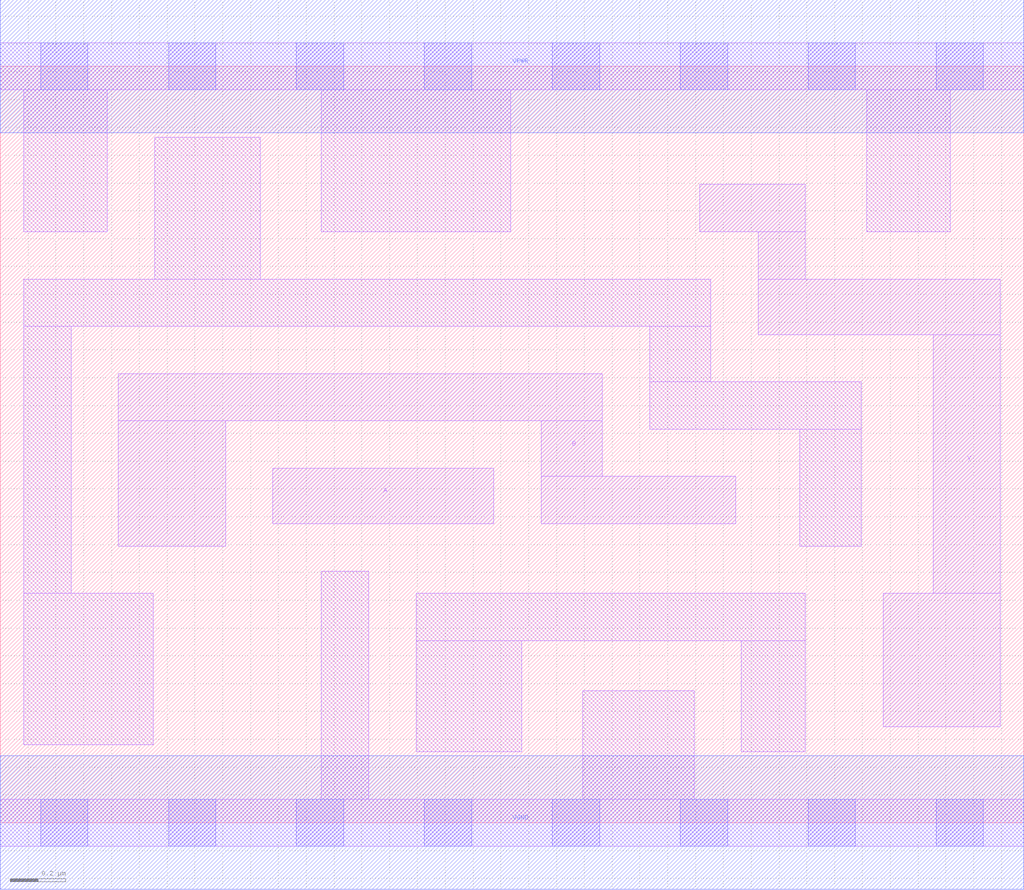
<source format=lef>
# Copyright 2020 The SkyWater PDK Authors
#
# Licensed under the Apache License, Version 2.0 (the "License");
# you may not use this file except in compliance with the License.
# You may obtain a copy of the License at
#
#     https://www.apache.org/licenses/LICENSE-2.0
#
# Unless required by applicable law or agreed to in writing, software
# distributed under the License is distributed on an "AS IS" BASIS,
# WITHOUT WARRANTIES OR CONDITIONS OF ANY KIND, either express or implied.
# See the License for the specific language governing permissions and
# limitations under the License.
#
# SPDX-License-Identifier: Apache-2.0

VERSION 5.7 ;
  NOWIREEXTENSIONATPIN ON ;
  DIVIDERCHAR "/" ;
  BUSBITCHARS "[]" ;
UNITS
  DATABASE MICRONS 200 ;
END UNITS
PROPERTYDEFINITIONS
  MACRO maskLayoutSubType STRING ;
  MACRO prCellType STRING ;
  MACRO originalViewName STRING ;
END PROPERTYDEFINITIONS
MACRO sky130_fd_sc_hdll__xnor2_1
  CLASS CORE ;
  FOREIGN sky130_fd_sc_hdll__xnor2_1 ;
  ORIGIN  0.000000  0.000000 ;
  SIZE  3.680000 BY  2.720000 ;
  SYMMETRY X Y R90 ;
  SITE unithd ;
  PIN A
    ANTENNAGATEAREA  0.555000 ;
    DIRECTION INPUT ;
    USE SIGNAL ;
    PORT
      LAYER li1 ;
        RECT 0.980000 1.075000 1.775000 1.275000 ;
    END
  END A
  PIN B
    ANTENNAGATEAREA  0.555000 ;
    DIRECTION INPUT ;
    USE SIGNAL ;
    PORT
      LAYER li1 ;
        RECT 0.425000 0.995000 0.810000 1.445000 ;
        RECT 0.425000 1.445000 2.165000 1.615000 ;
        RECT 1.945000 1.075000 2.645000 1.245000 ;
        RECT 1.945000 1.245000 2.165000 1.445000 ;
    END
  END B
  PIN VGND
    ANTENNADIFFAREA  0.442000 ;
    DIRECTION INOUT ;
    USE SIGNAL ;
    PORT
      LAYER met1 ;
        RECT 0.000000 -0.240000 3.680000 0.240000 ;
    END
  END VGND
  PIN VPWR
    ANTENNADIFFAREA  1.480000 ;
    DIRECTION INOUT ;
    USE SIGNAL ;
    PORT
      LAYER met1 ;
        RECT 0.000000 2.480000 3.680000 2.960000 ;
    END
  END VPWR
  PIN Y
    ANTENNADIFFAREA  0.545000 ;
    DIRECTION OUTPUT ;
    USE SIGNAL ;
    PORT
      LAYER li1 ;
        RECT 2.515000 2.125000 2.895000 2.295000 ;
        RECT 2.725000 1.755000 3.595000 1.955000 ;
        RECT 2.725000 1.955000 2.895000 2.125000 ;
        RECT 3.175000 0.345000 3.595000 0.825000 ;
        RECT 3.355000 0.825000 3.595000 1.755000 ;
    END
  END Y
  OBS
    LAYER li1 ;
      RECT 0.000000 -0.085000 3.680000 0.085000 ;
      RECT 0.000000  2.635000 3.680000 2.805000 ;
      RECT 0.085000  0.280000 0.550000 0.825000 ;
      RECT 0.085000  0.825000 0.255000 1.785000 ;
      RECT 0.085000  1.785000 2.555000 1.955000 ;
      RECT 0.085000  2.125000 0.385000 2.635000 ;
      RECT 0.555000  1.955000 0.935000 2.465000 ;
      RECT 1.155000  0.085000 1.325000 0.905000 ;
      RECT 1.155000  2.125000 1.835000 2.635000 ;
      RECT 1.495000  0.255000 1.875000 0.655000 ;
      RECT 1.495000  0.655000 2.895000 0.825000 ;
      RECT 2.095000  0.085000 2.495000 0.475000 ;
      RECT 2.335000  1.415000 3.095000 1.585000 ;
      RECT 2.335000  1.585000 2.555000 1.785000 ;
      RECT 2.665000  0.255000 2.895000 0.655000 ;
      RECT 2.875000  0.995000 3.095000 1.415000 ;
      RECT 3.115000  2.125000 3.415000 2.635000 ;
    LAYER mcon ;
      RECT 0.145000 -0.085000 0.315000 0.085000 ;
      RECT 0.145000  2.635000 0.315000 2.805000 ;
      RECT 0.605000 -0.085000 0.775000 0.085000 ;
      RECT 0.605000  2.635000 0.775000 2.805000 ;
      RECT 1.065000 -0.085000 1.235000 0.085000 ;
      RECT 1.065000  2.635000 1.235000 2.805000 ;
      RECT 1.525000 -0.085000 1.695000 0.085000 ;
      RECT 1.525000  2.635000 1.695000 2.805000 ;
      RECT 1.985000 -0.085000 2.155000 0.085000 ;
      RECT 1.985000  2.635000 2.155000 2.805000 ;
      RECT 2.445000 -0.085000 2.615000 0.085000 ;
      RECT 2.445000  2.635000 2.615000 2.805000 ;
      RECT 2.905000 -0.085000 3.075000 0.085000 ;
      RECT 2.905000  2.635000 3.075000 2.805000 ;
      RECT 3.365000 -0.085000 3.535000 0.085000 ;
      RECT 3.365000  2.635000 3.535000 2.805000 ;
  END
  PROPERTY maskLayoutSubType "abstract" ;
  PROPERTY prCellType "standard" ;
  PROPERTY originalViewName "layout" ;
END sky130_fd_sc_hdll__xnor2_1
END LIBRARY

</source>
